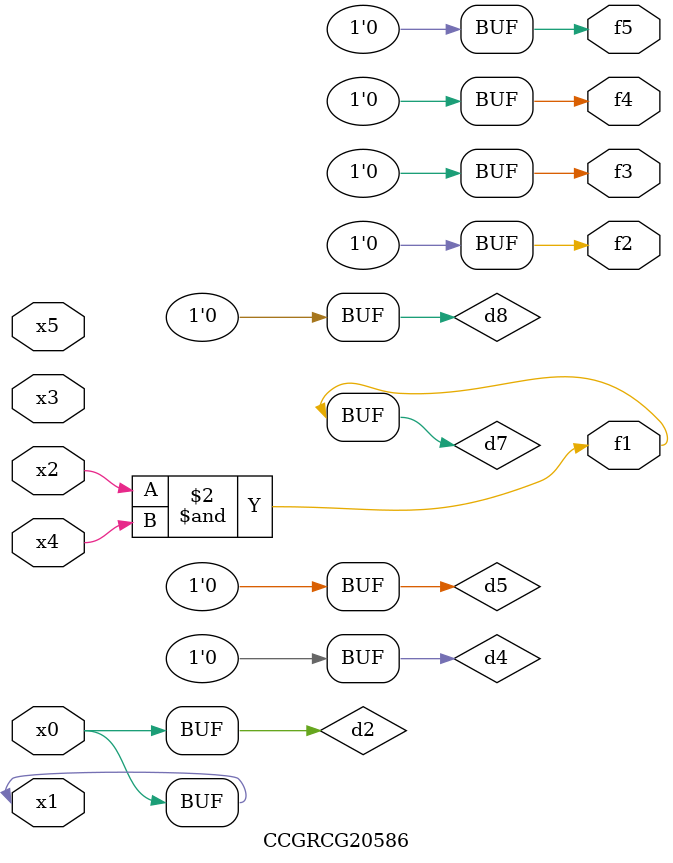
<source format=v>
module CCGRCG20586(
	input x0, x1, x2, x3, x4, x5,
	output f1, f2, f3, f4, f5
);

	wire d1, d2, d3, d4, d5, d6, d7, d8, d9;

	nand (d1, x1);
	buf (d2, x0, x1);
	nand (d3, x2, x4);
	and (d4, d1, d2);
	and (d5, d1, d2);
	nand (d6, d1, d3);
	not (d7, d3);
	xor (d8, d5);
	nor (d9, d5, d6);
	assign f1 = d7;
	assign f2 = d8;
	assign f3 = d8;
	assign f4 = d8;
	assign f5 = d8;
endmodule

</source>
